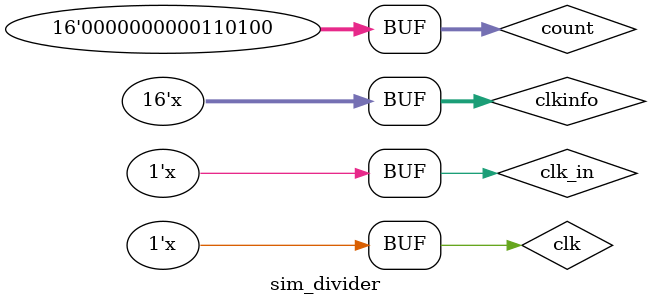
<source format=v>
`timescale 1ns / 1ps


module sim_divider;
    reg clk = 0;
    always#10 
        clk = ~clk;
    reg [15:0]clkinfo = 16'd50000;
    reg [15:0]count = 16'd52;
    wire[1:0] carry;
    wire clk_in;
    assign clk_in = clk;
    always#1000
    begin
    clkinfo = clkinfo+1;
    end
        
    wire valid;
    wire[41:0] ans;
    divider uut_div(
        .clk_in(clk),
        .dividend_in({16'd0,clkinfo}), 
        .divisor_in({16'd0,count}),
    
        .valid_out(valid),
        .ans_out(ans),
        .carry_out(carry)
    );

        
    
endmodule

</source>
